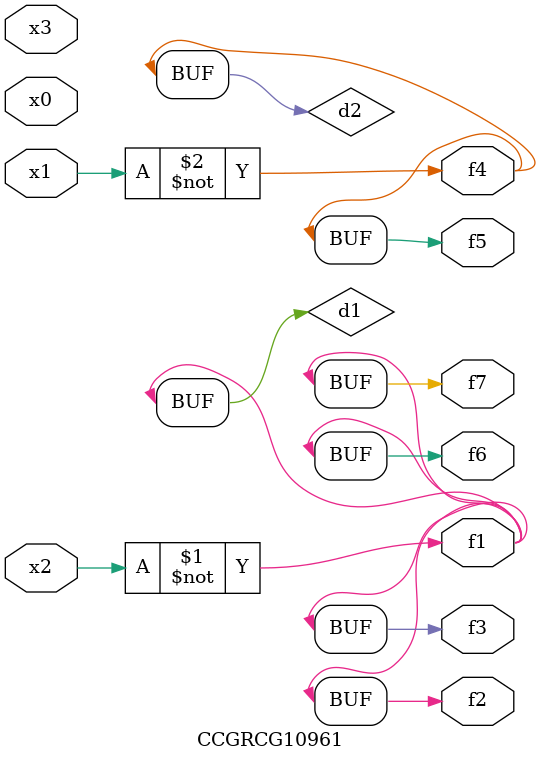
<source format=v>
module CCGRCG10961(
	input x0, x1, x2, x3,
	output f1, f2, f3, f4, f5, f6, f7
);

	wire d1, d2;

	xnor (d1, x2);
	not (d2, x1);
	assign f1 = d1;
	assign f2 = d1;
	assign f3 = d1;
	assign f4 = d2;
	assign f5 = d2;
	assign f6 = d1;
	assign f7 = d1;
endmodule

</source>
